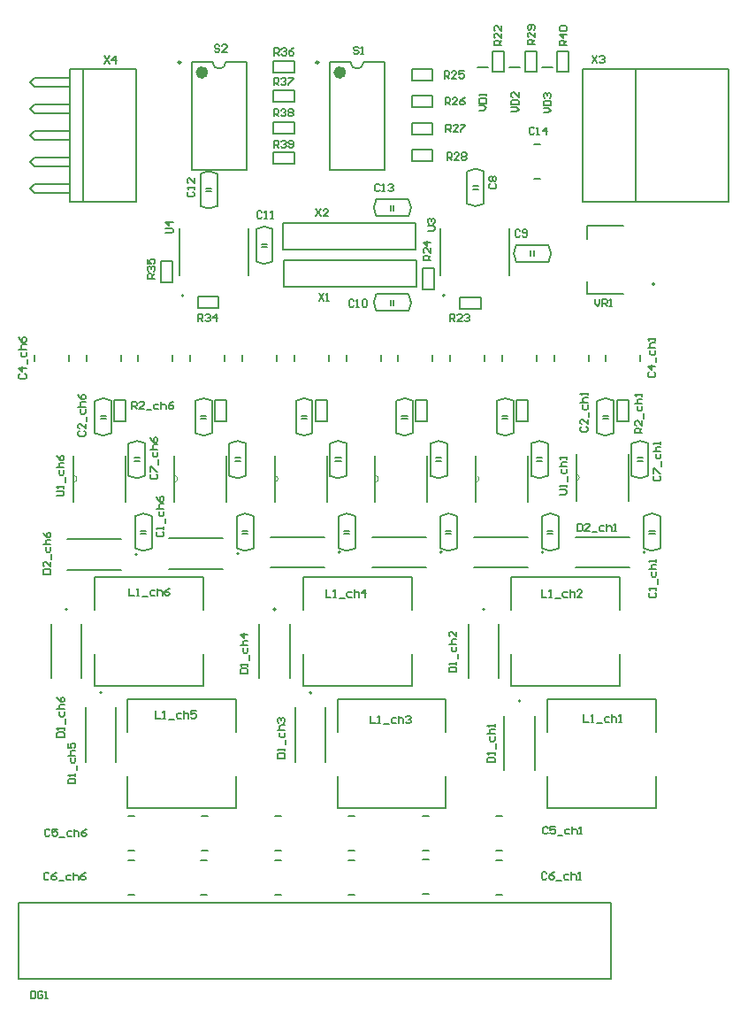
<source format=gto>
G04*
G04 #@! TF.GenerationSoftware,Altium Limited,Altium Designer,20.0.13 (296)*
G04*
G04 Layer_Color=65535*
%FSLAX44Y44*%
%MOMM*%
G71*
G01*
G75*
%ADD10C,0.1500*%
%ADD11C,0.0000*%
%ADD12C,0.2000*%
%ADD13C,0.6000*%
%ADD14C,0.2500*%
%ADD15C,0.1524*%
%ADD16C,0.1270*%
D10*
X198263Y819955D02*
G03*
X182350Y819850I-7877J-12168D01*
G01*
X182237Y788845D02*
G03*
X198150Y788950I7877J12168D01*
G01*
X135763Y492454D02*
G03*
X119850Y492350I-7877J-12168D01*
G01*
X119738Y461345D02*
G03*
X135650Y461450I7877J12168D01*
G01*
X578262Y602705D02*
G03*
X562350Y602600I-7877J-12168D01*
G01*
X562237Y571595D02*
G03*
X578150Y571700I7877J12168D01*
G01*
X595237Y530796D02*
G03*
X611150Y530900I7877J12168D01*
G01*
X611263Y561904D02*
G03*
X595350Y561800I-7877J-12168D01*
G01*
X622762Y492454D02*
G03*
X606850Y492350I-7877J-12168D01*
G01*
X606737Y461345D02*
G03*
X622650Y461450I7877J12168D01*
G01*
X113488Y530796D02*
G03*
X129400Y530900I7877J12168D01*
G01*
X129513Y561904D02*
G03*
X113600Y561800I-7877J-12168D01*
G01*
X97262Y602705D02*
G03*
X81350Y602600I-7877J-12168D01*
G01*
X81237Y571595D02*
G03*
X97150Y571700I7877J12168D01*
G01*
X381704Y688487D02*
G03*
X381600Y704400I-12168J7877D01*
G01*
X350595Y704512D02*
G03*
X350700Y688600I12168J-7877D01*
G01*
X453763Y822205D02*
G03*
X437850Y822100I-7877J-12168D01*
G01*
X437738Y791095D02*
G03*
X453650Y791200I7877J12168D01*
G01*
X225863Y561904D02*
G03*
X209950Y561800I-7877J-12168D01*
G01*
X209837Y530796D02*
G03*
X225750Y530900I7877J12168D01*
G01*
X322212Y561904D02*
G03*
X306300Y561800I-7877J-12168D01*
G01*
X306187Y530796D02*
G03*
X322100Y530900I7877J12168D01*
G01*
X418563Y561904D02*
G03*
X402650Y561800I-7877J-12168D01*
G01*
X402537Y530796D02*
G03*
X418450Y530900I7877J12168D01*
G01*
X514912Y561904D02*
G03*
X499000Y561800I-7877J-12168D01*
G01*
X498887Y530796D02*
G03*
X514800Y530900I7877J12168D01*
G01*
X177437Y571595D02*
G03*
X193350Y571700I7877J12168D01*
G01*
X193463Y602705D02*
G03*
X177550Y602600I-7877J-12168D01*
G01*
X273637Y571595D02*
G03*
X289550Y571700I7877J12168D01*
G01*
X289662Y602705D02*
G03*
X273750Y602600I-7877J-12168D01*
G01*
X369837Y571595D02*
G03*
X385750Y571700I7877J12168D01*
G01*
X385863Y602705D02*
G03*
X369950Y602600I-7877J-12168D01*
G01*
X466037Y571595D02*
G03*
X481950Y571700I7877J12168D01*
G01*
X482062Y602705D02*
G03*
X466150Y602600I-7877J-12168D01*
G01*
X217138Y461345D02*
G03*
X233050Y461450I7877J12168D01*
G01*
X233162Y492454D02*
G03*
X217250Y492350I-7877J-12168D01*
G01*
X314537Y461345D02*
G03*
X330450Y461450I7877J12168D01*
G01*
X330563Y492454D02*
G03*
X314650Y492350I-7877J-12168D01*
G01*
X411937Y461345D02*
G03*
X427850Y461450I7877J12168D01*
G01*
X427962Y492454D02*
G03*
X412050Y492350I-7877J-12168D01*
G01*
X509337Y461345D02*
G03*
X525250Y461450I7877J12168D01*
G01*
X525363Y492454D02*
G03*
X509450Y492350I-7877J-12168D01*
G01*
X235487Y735845D02*
G03*
X251400Y735950I7877J12168D01*
G01*
X251513Y766954D02*
G03*
X235600Y766850I-7877J-12168D01*
G01*
X350595Y795263D02*
G03*
X350700Y779350I12168J-7877D01*
G01*
X381704Y779238D02*
G03*
X381600Y795150I-12168J7877D01*
G01*
X484595Y751513D02*
G03*
X484700Y735600I12168J-7877D01*
G01*
X515704Y735488D02*
G03*
X515600Y751400I-12168J7877D01*
G01*
X187550Y805650D02*
X192850D01*
X187550Y802850D02*
X192850D01*
X182250Y789000D02*
Y819750D01*
X198250Y789000D02*
Y819750D01*
X125050Y478150D02*
X130350D01*
X125050Y475350D02*
X130350D01*
X119750Y461500D02*
Y492250D01*
X135750Y461500D02*
Y492250D01*
X567550Y588400D02*
X572850D01*
X567550Y585600D02*
X572850D01*
X562250Y571750D02*
Y602500D01*
X578250Y571750D02*
Y602500D01*
X600650Y545100D02*
X605950D01*
X600650Y547900D02*
X605950D01*
X611250Y531000D02*
Y561750D01*
X595250Y531000D02*
Y561750D01*
X612050Y478150D02*
X617350D01*
X612050Y475350D02*
X617350D01*
X606750Y461500D02*
Y492250D01*
X622750Y461500D02*
Y492250D01*
X118900Y545100D02*
X124200D01*
X118900Y547900D02*
X124200D01*
X129500Y531000D02*
Y561750D01*
X113500Y531000D02*
Y561750D01*
X86550Y588400D02*
X91850D01*
X86550Y585600D02*
X91850D01*
X81250Y571750D02*
Y602500D01*
X97250Y571750D02*
Y602500D01*
X367400Y693900D02*
Y699200D01*
X364600Y693900D02*
Y699200D01*
X350750Y704500D02*
X381500D01*
X350750Y688500D02*
X381500D01*
X443050Y807900D02*
X448350D01*
X443050Y805100D02*
X448350D01*
X437750Y791250D02*
Y822000D01*
X453750Y791250D02*
Y822000D01*
X209850Y531000D02*
Y561750D01*
X225850Y531000D02*
Y561750D01*
X215250Y547900D02*
X220550D01*
X215250Y545100D02*
X220550D01*
X306200Y531000D02*
Y561750D01*
X322200Y531000D02*
Y561750D01*
X311600Y547900D02*
X316900D01*
X311600Y545100D02*
X316900D01*
X402550Y531000D02*
Y561750D01*
X418550Y531000D02*
Y561750D01*
X407950Y547900D02*
X413250D01*
X407950Y545100D02*
X413250D01*
X498900Y531000D02*
Y561750D01*
X514900Y531000D02*
Y561750D01*
X504300Y547900D02*
X509600D01*
X504300Y545100D02*
X509600D01*
X193450Y571750D02*
Y602500D01*
X177450Y571750D02*
Y602500D01*
X182750Y585600D02*
X188050D01*
X182750Y588400D02*
X188050D01*
X289650Y571750D02*
Y602500D01*
X273650Y571750D02*
Y602500D01*
X278950Y585600D02*
X284250D01*
X278950Y588400D02*
X284250D01*
X385850Y571750D02*
Y602500D01*
X369850Y571750D02*
Y602500D01*
X375150Y585600D02*
X380450D01*
X375150Y588400D02*
X380450D01*
X482050Y571750D02*
Y602500D01*
X466050Y571750D02*
Y602500D01*
X471350Y585600D02*
X476650D01*
X471350Y588400D02*
X476650D01*
X233150Y461500D02*
Y492250D01*
X217150Y461500D02*
Y492250D01*
X222450Y475350D02*
X227750D01*
X222450Y478150D02*
X227750D01*
X330550Y461500D02*
Y492250D01*
X314550Y461500D02*
Y492250D01*
X319850Y475350D02*
X325150D01*
X319850Y478150D02*
X325150D01*
X427950Y461500D02*
Y492250D01*
X411950Y461500D02*
Y492250D01*
X417250Y475350D02*
X422550D01*
X417250Y478150D02*
X422550D01*
X525350Y461500D02*
Y492250D01*
X509350Y461500D02*
Y492250D01*
X514650Y475350D02*
X519950D01*
X514650Y478150D02*
X519950D01*
X251500Y736000D02*
Y766750D01*
X235500Y736000D02*
Y766750D01*
X240800Y749850D02*
X246100D01*
X240800Y752650D02*
X246100D01*
X350750Y779250D02*
X381500D01*
X350750Y795250D02*
X381500D01*
X364600Y784650D02*
Y789950D01*
X367400Y784650D02*
Y789950D01*
X484750Y735500D02*
X515500D01*
X484750Y751500D02*
X515500D01*
X498600Y740900D02*
Y746200D01*
X501400Y740900D02*
Y746200D01*
D11*
X542166Y526150D02*
G03*
X542166Y532246I0J3048D01*
G01*
X61050Y524900D02*
G03*
X61050Y530996I0J3048D01*
G01*
X157273Y524900D02*
G03*
X157273Y530996I0J3048D01*
G01*
X253496Y524900D02*
G03*
X253496Y530996I0J3048D01*
G01*
X349720Y524900D02*
G03*
X349720Y530996I0J3048D01*
G01*
X445943Y524900D02*
G03*
X445943Y530996I0J3048D01*
G01*
D12*
X608250Y457750D02*
G03*
X608250Y457750I-1000J0D01*
G01*
X121750Y455500D02*
G03*
X121750Y455500I-1000J0D01*
G01*
X166000Y703250D02*
G03*
X166000Y703250I-1000J0D01*
G01*
X617000Y714250D02*
G03*
X617000Y714250I-1000J0D01*
G01*
X416250Y703250D02*
G03*
X416250Y703250I-1000J0D01*
G01*
X325900Y926750D02*
G03*
X338600Y926750I6350J0D01*
G01*
X193900D02*
G03*
X206600Y926750I6350J0D01*
G01*
X488750Y315385D02*
G03*
X488750Y315385I-1000J0D01*
G01*
X288750Y323369D02*
G03*
X288750Y323369I-1000J0D01*
G01*
X88000D02*
G03*
X88000Y323369I-1000J0D01*
G01*
X55000Y403131D02*
G03*
X55000Y403131I-1000J0D01*
G01*
X454500D02*
G03*
X454500Y403131I-1000J0D01*
G01*
X254250D02*
G03*
X254250Y403131I-1000J0D01*
G01*
X219050Y456250D02*
G03*
X219050Y456250I-1000J0D01*
G01*
X316350Y457750D02*
G03*
X316350Y457750I-1000J0D01*
G01*
X413650D02*
G03*
X413650Y457750I-1000J0D01*
G01*
X510950D02*
G03*
X510950Y457750I-1000J0D01*
G01*
X581000Y583000D02*
X592000D01*
X581000D02*
Y603000D01*
X592000D01*
Y583000D02*
Y603000D01*
X100000Y583000D02*
X111000D01*
X100000D02*
Y603000D01*
X111000D01*
Y583000D02*
Y603000D01*
X56250Y640250D02*
Y646250D01*
X23250Y640250D02*
Y646250D01*
X603750Y640250D02*
Y646250D01*
X570750Y640250D02*
Y646250D01*
X430750Y690250D02*
Y701250D01*
X450750D01*
Y690250D02*
Y701250D01*
X430750Y690250D02*
X450750D01*
X388500Y747300D02*
Y772700D01*
X261500Y747300D02*
X388500D01*
X261500Y772700D02*
X388500D01*
X261500Y747300D02*
Y772700D01*
X388750Y711800D02*
Y737200D01*
X261750Y711800D02*
X388750D01*
X261750Y737200D02*
X388750D01*
X261750Y711800D02*
Y737200D01*
X179750Y691250D02*
Y702250D01*
X199750D01*
Y691250D02*
Y702250D01*
X179750Y691250D02*
X199750D01*
X144750Y716000D02*
X155750D01*
X144750D02*
Y736000D01*
X155750D01*
Y716000D02*
Y736000D01*
X523750Y937100D02*
X534750D01*
Y917100D02*
Y937100D01*
X523750Y917100D02*
X534750D01*
X523750D02*
Y937100D01*
X509152Y921500D02*
X519152D01*
X493049Y937100D02*
X504049D01*
Y917100D02*
Y937100D01*
X493049Y917100D02*
X504049D01*
X493049D02*
Y937100D01*
X478451Y921500D02*
X488451D01*
X462348Y937100D02*
X473348D01*
Y917100D02*
Y937100D01*
X462348Y917100D02*
X473348D01*
X462348D02*
Y937100D01*
X447750Y921500D02*
X457750D01*
X501750Y847750D02*
X507750D01*
X501750Y814750D02*
X507750D01*
X395000Y709500D02*
X406000D01*
X395000D02*
Y729500D01*
X406000D01*
Y709500D02*
Y729500D01*
X404750Y909000D02*
Y920000D01*
X384750Y909000D02*
X404750D01*
X384750D02*
Y920000D01*
X404750D01*
Y883250D02*
Y894250D01*
X384750Y883250D02*
X404750D01*
X384750D02*
Y894250D01*
X404750D01*
Y857500D02*
Y868500D01*
X384750Y857500D02*
X404750D01*
X384750D02*
Y868500D01*
X404750D01*
Y831750D02*
Y842750D01*
X384750Y831750D02*
X404750D01*
X384750D02*
Y842750D01*
X404750D01*
X305750Y823750D02*
X358750D01*
X338600Y926750D02*
X358750D01*
X305750D02*
X325900D01*
X358750Y823750D02*
Y926750D01*
X305750Y823750D02*
Y926750D01*
X173750Y823750D02*
X226750D01*
X206600Y926750D02*
X226750D01*
X173750D02*
X193900D01*
X226750Y823750D02*
Y926750D01*
X173750Y823750D02*
Y926750D01*
X272000Y829000D02*
Y840000D01*
X252000Y829000D02*
X272000D01*
X252000D02*
Y840000D01*
X272000D01*
Y858500D02*
Y869500D01*
X252000Y858500D02*
X272000D01*
X252000D02*
Y869500D01*
X272000D01*
Y888750D02*
Y899750D01*
X252000Y888750D02*
X272000D01*
X252000D02*
Y899750D01*
X272000D01*
Y916750D02*
Y927750D01*
X252000Y916750D02*
X272000D01*
X252000D02*
Y927750D01*
X272000D01*
X548650Y792750D02*
X599450D01*
X548650Y919750D02*
X599450D01*
Y792750D02*
Y919750D01*
X548650Y792750D02*
Y919750D01*
X599450Y792750D02*
X688350D01*
Y919750D01*
X599450D02*
X688350D01*
X23734Y911284D02*
X57600D01*
X19500Y907050D02*
X23734Y911284D01*
X19500Y907050D02*
X23734Y902817D01*
X57600D01*
X70300Y919750D02*
X121100D01*
X70300Y792750D02*
X121100D01*
X70300D02*
Y919750D01*
X121100Y792750D02*
Y919750D01*
X19500Y805450D02*
X23734Y801217D01*
X19500Y805450D02*
X23734Y809684D01*
Y826617D02*
X57600D01*
X19500Y830850D02*
X23734Y826617D01*
X19500Y830850D02*
X23734Y835084D01*
X57600D01*
X23734Y809684D02*
X57600D01*
X23734Y801217D02*
X57600D01*
X19500Y856250D02*
X23734Y852017D01*
X19500Y856250D02*
X23734Y860484D01*
Y877417D02*
X57600D01*
X19500Y881650D02*
X23734Y877417D01*
X19500Y881650D02*
X23734Y885884D01*
X57600D01*
X23734Y860484D02*
X57600D01*
X23734Y852017D02*
X57600D01*
Y792750D02*
X70300D01*
X57600D02*
Y919750D01*
X70300D01*
X207200Y583000D02*
Y603000D01*
X196200D02*
X207200D01*
X196200Y583000D02*
Y603000D01*
Y583000D02*
X207200D01*
X303400D02*
Y603000D01*
X292400D02*
X303400D01*
X292400Y583000D02*
Y603000D01*
Y583000D02*
X303400D01*
X399600D02*
Y603000D01*
X388600D02*
X399600D01*
X388600Y583000D02*
Y603000D01*
Y583000D02*
X399600D01*
X495800D02*
Y603000D01*
X484800D02*
X495800D01*
X484800Y583000D02*
Y603000D01*
Y583000D02*
X495800D01*
X465250Y205750D02*
X471250D01*
X465250Y172750D02*
X471250D01*
X465250Y163250D02*
X471250D01*
X465250Y130250D02*
X471250D01*
X112750Y163250D02*
X118750D01*
X112750Y130250D02*
X118750D01*
X112750Y205750D02*
X118750D01*
X112750Y172750D02*
X118750D01*
X182500Y163250D02*
X188500D01*
X182500Y130250D02*
X188500D01*
X183250Y205750D02*
X189250D01*
X183250Y172750D02*
X189250D01*
X253750Y163250D02*
X259750D01*
X253750Y130250D02*
X259750D01*
X253750Y205750D02*
X259750D01*
X253750Y172750D02*
X259750D01*
X324250Y163250D02*
X330250D01*
X324250Y130250D02*
X330250D01*
X324250Y205750D02*
X330250D01*
X324250Y172750D02*
X330250D01*
X394750Y163500D02*
X400750D01*
X394750Y130500D02*
X400750D01*
X394750Y205750D02*
X400750D01*
X394750Y172750D02*
X400750D01*
X471204Y640250D02*
Y646250D01*
X504204Y640250D02*
Y646250D01*
X321886Y640250D02*
Y646250D01*
X354886Y640250D02*
Y646250D01*
X222341Y640250D02*
Y646250D01*
X255341Y640250D02*
Y646250D01*
X122795Y640250D02*
Y646250D01*
X155795Y640250D02*
Y646250D01*
X520977Y640250D02*
Y646250D01*
X553977Y640250D02*
Y646250D01*
X421432Y640250D02*
Y646250D01*
X454432Y640250D02*
Y646250D01*
X371659Y640250D02*
Y646250D01*
X404659Y640250D02*
Y646250D01*
X272114Y640250D02*
Y646250D01*
X305114Y640250D02*
Y646250D01*
X172568Y640250D02*
Y646250D01*
X205568Y640250D02*
Y646250D01*
X73023Y640250D02*
Y646250D01*
X106023Y640250D02*
Y646250D01*
X90419Y932249D02*
X95084Y925251D01*
Y932249D02*
X90419Y925251D01*
X100915D02*
Y932249D01*
X97416Y928750D01*
X102081D01*
X557419Y932749D02*
X562084Y925751D01*
Y932749D02*
X557419Y925751D01*
X564416Y931583D02*
X565583Y932749D01*
X567915D01*
X569081Y931583D01*
Y930416D01*
X567915Y929250D01*
X566749D01*
X567915D01*
X569081Y928084D01*
Y926917D01*
X567915Y925751D01*
X565583D01*
X564416Y926917D01*
X149001Y762918D02*
X154833D01*
X155999Y764085D01*
Y766417D01*
X154833Y767584D01*
X149001D01*
X155999Y773415D02*
X149001D01*
X152500Y769916D01*
Y774581D01*
X399751Y765169D02*
X405583D01*
X406749Y766335D01*
Y768667D01*
X405583Y769834D01*
X399751D01*
X400917Y772166D02*
X399751Y773333D01*
Y775665D01*
X400917Y776832D01*
X402084D01*
X403250Y775665D01*
Y774499D01*
Y775665D01*
X404416Y776832D01*
X405583D01*
X406749Y775665D01*
Y773333D01*
X405583Y772166D01*
X44668Y511756D02*
X50499D01*
X51666Y512923D01*
Y515255D01*
X50499Y516421D01*
X44668D01*
X51666Y518754D02*
Y521087D01*
Y519920D01*
X44668D01*
X45834Y518754D01*
X52832Y524585D02*
Y529251D01*
X47000Y536248D02*
Y532749D01*
X48167Y531583D01*
X50499D01*
X51666Y532749D01*
Y536248D01*
X44668Y538581D02*
X51666D01*
X48167D01*
X47000Y539747D01*
Y542080D01*
X48167Y543246D01*
X51666D01*
X44668Y550244D02*
X45834Y547911D01*
X48167Y545579D01*
X50499D01*
X51666Y546745D01*
Y549077D01*
X50499Y550244D01*
X49333D01*
X48167Y549077D01*
Y545579D01*
X525918Y512923D02*
X531749D01*
X532916Y514089D01*
Y516421D01*
X531749Y517588D01*
X525918D01*
X532916Y519920D02*
Y522253D01*
Y521087D01*
X525918D01*
X527084Y519920D01*
X534082Y525752D02*
Y530417D01*
X528251Y537415D02*
Y533916D01*
X529417Y532749D01*
X531749D01*
X532916Y533916D01*
Y537415D01*
X525918Y539747D02*
X532916D01*
X529417D01*
X528251Y540914D01*
Y543246D01*
X529417Y544412D01*
X532916D01*
Y546745D02*
Y549077D01*
Y547911D01*
X525918D01*
X527084Y546745D01*
X200584Y942083D02*
X199417Y943249D01*
X197085D01*
X195919Y942083D01*
Y940916D01*
X197085Y939750D01*
X199417D01*
X200584Y938584D01*
Y937417D01*
X199417Y936251D01*
X197085D01*
X195919Y937417D01*
X207581Y936251D02*
X202916D01*
X207581Y940916D01*
Y942083D01*
X206415Y943249D01*
X204083D01*
X202916Y942083D01*
X333750Y940333D02*
X332584Y941499D01*
X330251D01*
X329085Y940333D01*
Y939166D01*
X330251Y938000D01*
X332584D01*
X333750Y936834D01*
Y935667D01*
X332584Y934501D01*
X330251D01*
X329085Y935667D01*
X336083Y934501D02*
X338415D01*
X337249D01*
Y941499D01*
X336083Y940333D01*
X116673Y594834D02*
Y601832D01*
X120172D01*
X121338Y600666D01*
Y598333D01*
X120172Y597167D01*
X116673D01*
X119006D02*
X121338Y594834D01*
X128336D02*
X123671D01*
X128336Y599500D01*
Y600666D01*
X127170Y601832D01*
X124837D01*
X123671Y600666D01*
X130668Y593668D02*
X135334D01*
X142331Y599500D02*
X138833D01*
X137666Y598333D01*
Y596001D01*
X138833Y594834D01*
X142331D01*
X144664Y601832D02*
Y594834D01*
Y598333D01*
X145830Y599500D01*
X148163D01*
X149329Y598333D01*
Y594834D01*
X156327Y601832D02*
X153994Y600666D01*
X151662Y598333D01*
Y596001D01*
X152828Y594834D01*
X155161D01*
X156327Y596001D01*
Y597167D01*
X155161Y598333D01*
X151662D01*
X605416Y571839D02*
X598418D01*
Y575338D01*
X599584Y576505D01*
X601917D01*
X603083Y575338D01*
Y571839D01*
Y574172D02*
X605416Y576505D01*
Y583502D02*
Y578837D01*
X600751Y583502D01*
X599584D01*
X598418Y582336D01*
Y580003D01*
X599584Y578837D01*
X606582Y585835D02*
Y590500D01*
X600751Y597498D02*
Y593999D01*
X601917Y592833D01*
X604249D01*
X605416Y593999D01*
Y597498D01*
X598418Y599830D02*
X605416D01*
X601917D01*
X600751Y600997D01*
Y603329D01*
X601917Y604496D01*
X605416D01*
Y606828D02*
Y609161D01*
Y607994D01*
X598418D01*
X599584Y606828D01*
X114256Y423332D02*
Y416334D01*
X118921D01*
X121254D02*
X123587D01*
X122420D01*
Y423332D01*
X121254Y422166D01*
X127085Y415168D02*
X131751D01*
X138748Y420999D02*
X135249D01*
X134083Y419833D01*
Y417501D01*
X135249Y416334D01*
X138748D01*
X141081Y423332D02*
Y416334D01*
Y419833D01*
X142247Y420999D01*
X144580D01*
X145746Y419833D01*
Y416334D01*
X152744Y423332D02*
X150411Y422166D01*
X148079Y419833D01*
Y417501D01*
X149245Y416334D01*
X151578D01*
X152744Y417501D01*
Y418667D01*
X151578Y419833D01*
X148079D01*
X139506Y305832D02*
Y298834D01*
X144171D01*
X146504D02*
X148836D01*
X147670D01*
Y305832D01*
X146504Y304666D01*
X152335Y297668D02*
X157001D01*
X163998Y303500D02*
X160499D01*
X159333Y302333D01*
Y300001D01*
X160499Y298834D01*
X163998D01*
X166331Y305832D02*
Y298834D01*
Y302333D01*
X167497Y303500D01*
X169830D01*
X170996Y302333D01*
Y298834D01*
X177994Y305832D02*
X173329D01*
Y302333D01*
X175661Y303500D01*
X176828D01*
X177994Y302333D01*
Y300001D01*
X176828Y298834D01*
X174495D01*
X173329Y300001D01*
X302756Y421832D02*
Y414834D01*
X307421D01*
X309754D02*
X312087D01*
X310920D01*
Y421832D01*
X309754Y420666D01*
X315585Y413668D02*
X320251D01*
X327248Y419500D02*
X323749D01*
X322583Y418333D01*
Y416001D01*
X323749Y414834D01*
X327248D01*
X329581Y421832D02*
Y414834D01*
Y418333D01*
X330747Y419500D01*
X333080D01*
X334246Y418333D01*
Y414834D01*
X340078D02*
Y421832D01*
X336579Y418333D01*
X341244D01*
X345256Y301332D02*
Y294334D01*
X349921D01*
X352254D02*
X354586D01*
X353420D01*
Y301332D01*
X352254Y300166D01*
X358085Y293168D02*
X362751D01*
X369748Y299000D02*
X366250D01*
X365083Y297833D01*
Y295501D01*
X366250Y294334D01*
X369748D01*
X372081Y301332D02*
Y294334D01*
Y297833D01*
X373247Y299000D01*
X375580D01*
X376746Y297833D01*
Y294334D01*
X379079Y300166D02*
X380245Y301332D01*
X382578D01*
X383744Y300166D01*
Y299000D01*
X382578Y297833D01*
X381411D01*
X382578D01*
X383744Y296667D01*
Y295501D01*
X382578Y294334D01*
X380245D01*
X379079Y295501D01*
X509256Y421832D02*
Y414834D01*
X513921D01*
X516254D02*
X518587D01*
X517420D01*
Y421832D01*
X516254Y420666D01*
X522085Y413668D02*
X526751D01*
X533748Y419500D02*
X530249D01*
X529083Y418333D01*
Y416001D01*
X530249Y414834D01*
X533748D01*
X536081Y421832D02*
Y414834D01*
Y418333D01*
X537247Y419500D01*
X539580D01*
X540746Y418333D01*
Y414834D01*
X547744D02*
X543079D01*
X547744Y419500D01*
Y420666D01*
X546577Y421832D01*
X544245D01*
X543079Y420666D01*
X549422Y302332D02*
Y295334D01*
X554088D01*
X556420D02*
X558753D01*
X557587D01*
Y302332D01*
X556420Y301166D01*
X562252Y294168D02*
X566917D01*
X573915Y300000D02*
X570416D01*
X569249Y298833D01*
Y296501D01*
X570416Y295334D01*
X573915D01*
X576247Y302332D02*
Y295334D01*
Y298833D01*
X577413Y300000D01*
X579746D01*
X580912Y298833D01*
Y295334D01*
X583245D02*
X585578D01*
X584411D01*
Y302332D01*
X583245Y301166D01*
X19586Y37749D02*
Y30751D01*
X23085D01*
X24251Y31917D01*
Y36583D01*
X23085Y37749D01*
X19586D01*
X31249Y36583D02*
X30083Y37749D01*
X27750D01*
X26584Y36583D01*
Y31917D01*
X27750Y30751D01*
X30083D01*
X31249Y31917D01*
Y34250D01*
X28916D01*
X33582Y30751D02*
X35914D01*
X34748D01*
Y37749D01*
X33582Y36583D01*
X31668Y436923D02*
X38666D01*
Y440422D01*
X37499Y441588D01*
X32834D01*
X31668Y440422D01*
Y436923D01*
X38666Y448586D02*
Y443921D01*
X34000Y448586D01*
X32834D01*
X31668Y447420D01*
Y445087D01*
X32834Y443921D01*
X39832Y450919D02*
Y455584D01*
X34000Y462581D02*
Y459083D01*
X35167Y457916D01*
X37499D01*
X38666Y459083D01*
Y462581D01*
X31668Y464914D02*
X38666D01*
X35167D01*
X34000Y466080D01*
Y468413D01*
X35167Y469579D01*
X38666D01*
X31668Y476577D02*
X32834Y474244D01*
X35167Y471912D01*
X37499D01*
X38666Y473078D01*
Y475411D01*
X37499Y476577D01*
X36333D01*
X35167Y475411D01*
Y471912D01*
X543339Y485082D02*
Y478084D01*
X546838D01*
X548004Y479251D01*
Y483916D01*
X546838Y485082D01*
X543339D01*
X555002Y478084D02*
X550337D01*
X555002Y482749D01*
Y483916D01*
X553836Y485082D01*
X551503D01*
X550337Y483916D01*
X557335Y476918D02*
X562000D01*
X568998Y482749D02*
X565499D01*
X564333Y481583D01*
Y479251D01*
X565499Y478084D01*
X568998D01*
X571330Y485082D02*
Y478084D01*
Y481583D01*
X572497Y482749D01*
X574829D01*
X575995Y481583D01*
Y478084D01*
X578328D02*
X580661D01*
X579494D01*
Y485082D01*
X578328Y483916D01*
X44918Y280756D02*
X51916D01*
Y284255D01*
X50749Y285421D01*
X46084D01*
X44918Y284255D01*
Y280756D01*
X51916Y287754D02*
Y290086D01*
Y288920D01*
X44918D01*
X46084Y287754D01*
X53082Y293585D02*
Y298251D01*
X47251Y305248D02*
Y301749D01*
X48417Y300583D01*
X50749D01*
X51916Y301749D01*
Y305248D01*
X44918Y307581D02*
X51916D01*
X48417D01*
X47251Y308747D01*
Y311080D01*
X48417Y312246D01*
X51916D01*
X44918Y319244D02*
X46084Y316911D01*
X48417Y314579D01*
X50749D01*
X51916Y315745D01*
Y318078D01*
X50749Y319244D01*
X49583D01*
X48417Y318078D01*
Y314579D01*
X55668Y236506D02*
X62666D01*
Y240005D01*
X61499Y241171D01*
X56834D01*
X55668Y240005D01*
Y236506D01*
X62666Y243504D02*
Y245837D01*
Y244670D01*
X55668D01*
X56834Y243504D01*
X63832Y249335D02*
Y254001D01*
X58000Y260998D02*
Y257500D01*
X59167Y256333D01*
X61499D01*
X62666Y257500D01*
Y260998D01*
X55668Y263331D02*
X62666D01*
X59167D01*
X58000Y264497D01*
Y266830D01*
X59167Y267996D01*
X62666D01*
X55668Y274994D02*
Y270329D01*
X59167D01*
X58000Y272661D01*
Y273827D01*
X59167Y274994D01*
X61499D01*
X62666Y273827D01*
Y271495D01*
X61499Y270329D01*
X220668Y341756D02*
X227666D01*
Y345255D01*
X226499Y346421D01*
X221834D01*
X220668Y345255D01*
Y341756D01*
X227666Y348754D02*
Y351087D01*
Y349920D01*
X220668D01*
X221834Y348754D01*
X228832Y354585D02*
Y359251D01*
X223001Y366248D02*
Y362749D01*
X224167Y361583D01*
X226499D01*
X227666Y362749D01*
Y366248D01*
X220668Y368581D02*
X227666D01*
X224167D01*
X223001Y369747D01*
Y372080D01*
X224167Y373246D01*
X227666D01*
Y379078D02*
X220668D01*
X224167Y375579D01*
Y380244D01*
X255918Y260756D02*
X262916D01*
Y264255D01*
X261749Y265421D01*
X257084D01*
X255918Y264255D01*
Y260756D01*
X262916Y267754D02*
Y270087D01*
Y268920D01*
X255918D01*
X257084Y267754D01*
X264082Y273585D02*
Y278251D01*
X258251Y285248D02*
Y281749D01*
X259417Y280583D01*
X261749D01*
X262916Y281749D01*
Y285248D01*
X255918Y287581D02*
X262916D01*
X259417D01*
X258251Y288747D01*
Y291080D01*
X259417Y292246D01*
X262916D01*
X257084Y294579D02*
X255918Y295745D01*
Y298078D01*
X257084Y299244D01*
X258251D01*
X259417Y298078D01*
Y296911D01*
Y298078D01*
X260583Y299244D01*
X261749D01*
X262916Y298078D01*
Y295745D01*
X261749Y294579D01*
X420418Y343006D02*
X427416D01*
Y346505D01*
X426249Y347671D01*
X421584D01*
X420418Y346505D01*
Y343006D01*
X427416Y350004D02*
Y352337D01*
Y351170D01*
X420418D01*
X421584Y350004D01*
X428582Y355835D02*
Y360501D01*
X422751Y367498D02*
Y363999D01*
X423917Y362833D01*
X426249D01*
X427416Y363999D01*
Y367498D01*
X420418Y369831D02*
X427416D01*
X423917D01*
X422751Y370997D01*
Y373330D01*
X423917Y374496D01*
X427416D01*
Y381494D02*
Y376829D01*
X422751Y381494D01*
X421584D01*
X420418Y380327D01*
Y377995D01*
X421584Y376829D01*
X457168Y256922D02*
X464166D01*
Y260421D01*
X462999Y261588D01*
X458334D01*
X457168Y260421D01*
Y256922D01*
X464166Y263920D02*
Y266253D01*
Y265086D01*
X457168D01*
X458334Y263920D01*
X465332Y269752D02*
Y274417D01*
X459501Y281415D02*
Y277916D01*
X460667Y276749D01*
X462999D01*
X464166Y277916D01*
Y281415D01*
X457168Y283747D02*
X464166D01*
X460667D01*
X459501Y284914D01*
Y287246D01*
X460667Y288412D01*
X464166D01*
Y290745D02*
Y293078D01*
Y291911D01*
X457168D01*
X458334Y290745D01*
X135334Y532588D02*
X134168Y531422D01*
Y529089D01*
X135334Y527923D01*
X139999D01*
X141166Y529089D01*
Y531422D01*
X139999Y532588D01*
X134168Y534921D02*
Y539586D01*
X135334D01*
X139999Y534921D01*
X141166D01*
X142332Y541919D02*
Y546584D01*
X136501Y553582D02*
Y550083D01*
X137667Y548916D01*
X139999D01*
X141166Y550083D01*
Y553582D01*
X134168Y555914D02*
X141166D01*
X137667D01*
X136501Y557080D01*
Y559413D01*
X137667Y560579D01*
X141166D01*
X134168Y567577D02*
X135334Y565244D01*
X137667Y562912D01*
X139999D01*
X141166Y564078D01*
Y566411D01*
X139999Y567577D01*
X138833D01*
X137667Y566411D01*
Y562912D01*
X617084Y530755D02*
X615918Y529588D01*
Y527256D01*
X617084Y526089D01*
X621749D01*
X622916Y527256D01*
Y529588D01*
X621749Y530755D01*
X615918Y533087D02*
Y537752D01*
X617084D01*
X621749Y533087D01*
X622916D01*
X624082Y540085D02*
Y544750D01*
X618251Y551748D02*
Y548249D01*
X619417Y547083D01*
X621749D01*
X622916Y548249D01*
Y551748D01*
X615918Y554080D02*
X622916D01*
X619417D01*
X618251Y555247D01*
Y557579D01*
X619417Y558745D01*
X622916D01*
Y561078D02*
Y563411D01*
Y562244D01*
X615918D01*
X617084Y561078D01*
X37338Y150166D02*
X36172Y151332D01*
X33839D01*
X32673Y150166D01*
Y145501D01*
X33839Y144334D01*
X36172D01*
X37338Y145501D01*
X44336Y151332D02*
X42003Y150166D01*
X39671Y147833D01*
Y145501D01*
X40837Y144334D01*
X43170D01*
X44336Y145501D01*
Y146667D01*
X43170Y147833D01*
X39671D01*
X46669Y143168D02*
X51334D01*
X58331Y148999D02*
X54833D01*
X53666Y147833D01*
Y145501D01*
X54833Y144334D01*
X58331D01*
X60664Y151332D02*
Y144334D01*
Y147833D01*
X61830Y148999D01*
X64163D01*
X65329Y147833D01*
Y144334D01*
X72327Y151332D02*
X69994Y150166D01*
X67662Y147833D01*
Y145501D01*
X68828Y144334D01*
X71161D01*
X72327Y145501D01*
Y146667D01*
X71161Y147833D01*
X67662D01*
X514005Y150666D02*
X512838Y151832D01*
X510506D01*
X509339Y150666D01*
Y146001D01*
X510506Y144834D01*
X512838D01*
X514005Y146001D01*
X521002Y151832D02*
X518670Y150666D01*
X516337Y148333D01*
Y146001D01*
X517503Y144834D01*
X519836D01*
X521002Y146001D01*
Y147167D01*
X519836Y148333D01*
X516337D01*
X523335Y143668D02*
X528000D01*
X534998Y149499D02*
X531499D01*
X530333Y148333D01*
Y146001D01*
X531499Y144834D01*
X534998D01*
X537330Y151832D02*
Y144834D01*
Y148333D01*
X538497Y149499D01*
X540829D01*
X541996Y148333D01*
Y144834D01*
X544328D02*
X546661D01*
X545494D01*
Y151832D01*
X544328Y150666D01*
X38088Y191916D02*
X36922Y193082D01*
X34589D01*
X33423Y191916D01*
Y187251D01*
X34589Y186084D01*
X36922D01*
X38088Y187251D01*
X45086Y193082D02*
X40421D01*
Y189583D01*
X42753Y190749D01*
X43920D01*
X45086Y189583D01*
Y187251D01*
X43920Y186084D01*
X41587D01*
X40421Y187251D01*
X47418Y184918D02*
X52084D01*
X59082Y190749D02*
X55583D01*
X54416Y189583D01*
Y187251D01*
X55583Y186084D01*
X59082D01*
X61414Y193082D02*
Y186084D01*
Y189583D01*
X62580Y190749D01*
X64913D01*
X66079Y189583D01*
Y186084D01*
X73077Y193082D02*
X70744Y191916D01*
X68412Y189583D01*
Y187251D01*
X69578Y186084D01*
X71911D01*
X73077Y187251D01*
Y188417D01*
X71911Y189583D01*
X68412D01*
X515005Y193916D02*
X513838Y195082D01*
X511506D01*
X510339Y193916D01*
Y189251D01*
X511506Y188084D01*
X513838D01*
X515005Y189251D01*
X522002Y195082D02*
X517337D01*
Y191583D01*
X519670Y192749D01*
X520836D01*
X522002Y191583D01*
Y189251D01*
X520836Y188084D01*
X518503D01*
X517337Y189251D01*
X524335Y186918D02*
X529000D01*
X535998Y192749D02*
X532499D01*
X531333Y191583D01*
Y189251D01*
X532499Y188084D01*
X535998D01*
X538330Y195082D02*
Y188084D01*
Y191583D01*
X539497Y192749D01*
X541829D01*
X542995Y191583D01*
Y188084D01*
X545328D02*
X547661D01*
X546494D01*
Y195082D01*
X545328Y193916D01*
X66334Y573588D02*
X65168Y572422D01*
Y570089D01*
X66334Y568923D01*
X70999D01*
X72166Y570089D01*
Y572422D01*
X70999Y573588D01*
X72166Y580586D02*
Y575921D01*
X67501Y580586D01*
X66334D01*
X65168Y579420D01*
Y577087D01*
X66334Y575921D01*
X73332Y582919D02*
Y587584D01*
X67501Y594581D02*
Y591083D01*
X68667Y589916D01*
X70999D01*
X72166Y591083D01*
Y594581D01*
X65168Y596914D02*
X72166D01*
X68667D01*
X67501Y598080D01*
Y600413D01*
X68667Y601579D01*
X72166D01*
X65168Y608577D02*
X66334Y606244D01*
X68667Y603912D01*
X70999D01*
X72166Y605078D01*
Y607411D01*
X70999Y608577D01*
X69833D01*
X68667Y607411D01*
Y603912D01*
X547334Y577755D02*
X546168Y576588D01*
Y574256D01*
X547334Y573089D01*
X551999D01*
X553166Y574256D01*
Y576588D01*
X551999Y577755D01*
X553166Y584752D02*
Y580087D01*
X548501Y584752D01*
X547334D01*
X546168Y583586D01*
Y581253D01*
X547334Y580087D01*
X554332Y587085D02*
Y591750D01*
X548501Y598748D02*
Y595249D01*
X549667Y594083D01*
X551999D01*
X553166Y595249D01*
Y598748D01*
X546168Y601080D02*
X553166D01*
X549667D01*
X548501Y602247D01*
Y604579D01*
X549667Y605746D01*
X553166D01*
Y608078D02*
Y610411D01*
Y609244D01*
X546168D01*
X547334Y608078D01*
X141334Y477171D02*
X140168Y476005D01*
Y473672D01*
X141334Y472506D01*
X145999D01*
X147166Y473672D01*
Y476005D01*
X145999Y477171D01*
X147166Y479504D02*
Y481837D01*
Y480670D01*
X140168D01*
X141334Y479504D01*
X148332Y485335D02*
Y490001D01*
X142501Y496998D02*
Y493499D01*
X143667Y492333D01*
X145999D01*
X147166Y493499D01*
Y496998D01*
X140168Y499331D02*
X147166D01*
X143667D01*
X142501Y500497D01*
Y502830D01*
X143667Y503996D01*
X147166D01*
X140168Y510994D02*
X141334Y508661D01*
X143667Y506329D01*
X145999D01*
X147166Y507495D01*
Y509827D01*
X145999Y510994D01*
X144833D01*
X143667Y509827D01*
Y506329D01*
X613084Y419088D02*
X611918Y417921D01*
Y415589D01*
X613084Y414422D01*
X617749D01*
X618916Y415589D01*
Y417921D01*
X617749Y419088D01*
X618916Y421420D02*
Y423753D01*
Y422587D01*
X611918D01*
X613084Y421420D01*
X620082Y427252D02*
Y431917D01*
X614251Y438915D02*
Y435416D01*
X615417Y434249D01*
X617749D01*
X618916Y435416D01*
Y438915D01*
X611918Y441247D02*
X618916D01*
X615417D01*
X614251Y442413D01*
Y444746D01*
X615417Y445912D01*
X618916D01*
Y448245D02*
Y450578D01*
Y449411D01*
X611918D01*
X613084Y448245D01*
X510751Y878170D02*
X515416D01*
X517749Y880502D01*
X515416Y882835D01*
X510751D01*
Y885167D02*
X517749D01*
Y888666D01*
X516583Y889833D01*
X511917D01*
X510751Y888666D01*
Y885167D01*
X511917Y892165D02*
X510751Y893331D01*
Y895664D01*
X511917Y896830D01*
X513084D01*
X514250Y895664D01*
Y894498D01*
Y895664D01*
X515416Y896830D01*
X516583D01*
X517749Y895664D01*
Y893331D01*
X516583Y892165D01*
X480001Y878920D02*
X484666D01*
X486999Y881252D01*
X484666Y883585D01*
X480001D01*
Y885917D02*
X486999D01*
Y889416D01*
X485832Y890583D01*
X481167D01*
X480001Y889416D01*
Y885917D01*
X486999Y897580D02*
Y892915D01*
X482334Y897580D01*
X481167D01*
X480001Y896414D01*
Y894081D01*
X481167Y892915D01*
X532999Y942420D02*
X526001D01*
Y945919D01*
X527167Y947085D01*
X529500D01*
X530666Y945919D01*
Y942420D01*
Y944752D02*
X532999Y947085D01*
Y952916D02*
X526001D01*
X529500Y949417D01*
Y954083D01*
X527167Y956415D02*
X526001Y957581D01*
Y959914D01*
X527167Y961080D01*
X531833D01*
X532999Y959914D01*
Y957581D01*
X531833Y956415D01*
X527167D01*
X502499Y943420D02*
X495501D01*
Y946918D01*
X496667Y948085D01*
X499000D01*
X500166Y946918D01*
Y943420D01*
Y945752D02*
X502499Y948085D01*
Y955083D02*
Y950417D01*
X497834Y955083D01*
X496667D01*
X495501Y953916D01*
Y951584D01*
X496667Y950417D01*
X501333Y957415D02*
X502499Y958581D01*
Y960914D01*
X501333Y962080D01*
X496667D01*
X495501Y960914D01*
Y958581D01*
X496667Y957415D01*
X497834D01*
X499000Y958581D01*
Y962080D01*
X295835Y705499D02*
X300500Y698501D01*
Y705499D02*
X295835Y698501D01*
X302833D02*
X305165D01*
X303999D01*
Y705499D01*
X302833Y704333D01*
X292918Y785999D02*
X297584Y779001D01*
Y785999D02*
X292918Y779001D01*
X304582D02*
X299916D01*
X304582Y783666D01*
Y784833D01*
X303415Y785999D01*
X301083D01*
X299916Y784833D01*
X560086Y699999D02*
Y695334D01*
X562419Y693001D01*
X564751Y695334D01*
Y699999D01*
X567084Y693001D02*
Y699999D01*
X570583D01*
X571749Y698833D01*
Y696500D01*
X570583Y695334D01*
X567084D01*
X569416D02*
X571749Y693001D01*
X574081D02*
X576414D01*
X575248D01*
Y699999D01*
X574081Y698833D01*
X252920Y933001D02*
Y939999D01*
X256418D01*
X257585Y938833D01*
Y936500D01*
X256418Y935334D01*
X252920D01*
X255252D02*
X257585Y933001D01*
X259917Y938833D02*
X261084Y939999D01*
X263416D01*
X264583Y938833D01*
Y937666D01*
X263416Y936500D01*
X262250D01*
X263416D01*
X264583Y935334D01*
Y934167D01*
X263416Y933001D01*
X261084D01*
X259917Y934167D01*
X271580Y939999D02*
X269248Y938833D01*
X266915Y936500D01*
Y934167D01*
X268081Y933001D01*
X270414D01*
X271580Y934167D01*
Y935334D01*
X270414Y936500D01*
X266915D01*
X179920Y678501D02*
Y685499D01*
X183419D01*
X184585Y684333D01*
Y682000D01*
X183419Y680834D01*
X179920D01*
X182252D02*
X184585Y678501D01*
X186917Y684333D02*
X188084Y685499D01*
X190416D01*
X191583Y684333D01*
Y683166D01*
X190416Y682000D01*
X189250D01*
X190416D01*
X191583Y680834D01*
Y679667D01*
X190416Y678501D01*
X188084D01*
X186917Y679667D01*
X197414Y678501D02*
Y685499D01*
X193915Y682000D01*
X198580D01*
X138499Y719420D02*
X131501D01*
Y722918D01*
X132667Y724085D01*
X135000D01*
X136166Y722918D01*
Y719420D01*
Y721752D02*
X138499Y724085D01*
X132667Y726417D02*
X131501Y727584D01*
Y729916D01*
X132667Y731083D01*
X133834D01*
X135000Y729916D01*
Y728750D01*
Y729916D01*
X136166Y731083D01*
X137333D01*
X138499Y729916D01*
Y727584D01*
X137333Y726417D01*
X131501Y738080D02*
Y733415D01*
X135000D01*
X133834Y735748D01*
Y736914D01*
X135000Y738080D01*
X137333D01*
X138499Y736914D01*
Y734581D01*
X137333Y733415D01*
X252670Y844751D02*
Y851749D01*
X256169D01*
X257335Y850583D01*
Y848250D01*
X256169Y847084D01*
X252670D01*
X255002D02*
X257335Y844751D01*
X259667Y850583D02*
X260834Y851749D01*
X263166D01*
X264333Y850583D01*
Y849416D01*
X263166Y848250D01*
X262000D01*
X263166D01*
X264333Y847084D01*
Y845917D01*
X263166Y844751D01*
X260834D01*
X259667Y845917D01*
X266665D02*
X267831Y844751D01*
X270164D01*
X271330Y845917D01*
Y850583D01*
X270164Y851749D01*
X267831D01*
X266665Y850583D01*
Y849416D01*
X267831Y848250D01*
X271330D01*
X418420Y833001D02*
Y839999D01*
X421918D01*
X423085Y838833D01*
Y836500D01*
X421918Y835334D01*
X418420D01*
X420752D02*
X423085Y833001D01*
X430083D02*
X425417D01*
X430083Y837666D01*
Y838833D01*
X428916Y839999D01*
X426584D01*
X425417Y838833D01*
X432415D02*
X433582Y839999D01*
X435914D01*
X437080Y838833D01*
Y837666D01*
X435914Y836500D01*
X437080Y835334D01*
Y834167D01*
X435914Y833001D01*
X433582D01*
X432415Y834167D01*
Y835334D01*
X433582Y836500D01*
X432415Y837666D01*
Y838833D01*
X433582Y836500D02*
X435914D01*
X252420Y874751D02*
Y881749D01*
X255919D01*
X257085Y880583D01*
Y878250D01*
X255919Y877084D01*
X252420D01*
X254752D02*
X257085Y874751D01*
X259417Y880583D02*
X260584Y881749D01*
X262916D01*
X264083Y880583D01*
Y879416D01*
X262916Y878250D01*
X261750D01*
X262916D01*
X264083Y877084D01*
Y875917D01*
X262916Y874751D01*
X260584D01*
X259417Y875917D01*
X266415Y880583D02*
X267582Y881749D01*
X269914D01*
X271080Y880583D01*
Y879416D01*
X269914Y878250D01*
X271080Y877084D01*
Y875917D01*
X269914Y874751D01*
X267582D01*
X266415Y875917D01*
Y877084D01*
X267582Y878250D01*
X266415Y879416D01*
Y880583D01*
X267582Y878250D02*
X269914D01*
X252420Y904501D02*
Y911499D01*
X255919D01*
X257085Y910333D01*
Y908000D01*
X255919Y906834D01*
X252420D01*
X254752D02*
X257085Y904501D01*
X259417Y910333D02*
X260584Y911499D01*
X262916D01*
X264083Y910333D01*
Y909166D01*
X262916Y908000D01*
X261750D01*
X262916D01*
X264083Y906834D01*
Y905667D01*
X262916Y904501D01*
X260584D01*
X259417Y905667D01*
X266415Y911499D02*
X271080D01*
Y910333D01*
X266415Y905667D01*
Y904501D01*
X417420Y860001D02*
Y866999D01*
X420919D01*
X422085Y865833D01*
Y863500D01*
X420919Y862334D01*
X417420D01*
X419752D02*
X422085Y860001D01*
X429083D02*
X424417D01*
X429083Y864666D01*
Y865833D01*
X427916Y866999D01*
X425584D01*
X424417Y865833D01*
X431415Y866999D02*
X436080D01*
Y865833D01*
X431415Y861167D01*
Y860001D01*
X415920Y911001D02*
Y917999D01*
X419418D01*
X420585Y916833D01*
Y914500D01*
X419418Y913334D01*
X415920D01*
X418252D02*
X420585Y911001D01*
X427583D02*
X422917D01*
X427583Y915666D01*
Y916833D01*
X426416Y917999D01*
X424084D01*
X422917Y916833D01*
X434580Y917999D02*
X429915D01*
Y914500D01*
X432248Y915666D01*
X433414D01*
X434580Y914500D01*
Y912167D01*
X433414Y911001D01*
X431082D01*
X429915Y912167D01*
X416670Y885751D02*
Y892749D01*
X420169D01*
X421335Y891583D01*
Y889250D01*
X420169Y888084D01*
X416670D01*
X419002D02*
X421335Y885751D01*
X428333D02*
X423667D01*
X428333Y890416D01*
Y891583D01*
X427166Y892749D01*
X424834D01*
X423667Y891583D01*
X435330Y892749D02*
X432998Y891583D01*
X430665Y889250D01*
Y886917D01*
X431832Y885751D01*
X434164D01*
X435330Y886917D01*
Y888084D01*
X434164Y889250D01*
X430665D01*
X501918Y863333D02*
X500752Y864499D01*
X498419D01*
X497253Y863333D01*
Y858667D01*
X498419Y857501D01*
X500752D01*
X501918Y858667D01*
X504251Y857501D02*
X506583D01*
X505417D01*
Y864499D01*
X504251Y863333D01*
X513581Y857501D02*
Y864499D01*
X510082Y861000D01*
X514747D01*
X170667Y802668D02*
X169501Y801502D01*
Y799169D01*
X170667Y798003D01*
X175333D01*
X176499Y799169D01*
Y801502D01*
X175333Y802668D01*
X176499Y805001D02*
Y807333D01*
Y806167D01*
X169501D01*
X170667Y805001D01*
X176499Y815497D02*
Y810832D01*
X171834Y815497D01*
X170667D01*
X169501Y814331D01*
Y811998D01*
X170667Y810832D01*
X329168Y698333D02*
X328002Y699499D01*
X325669D01*
X324503Y698333D01*
Y693667D01*
X325669Y692501D01*
X328002D01*
X329168Y693667D01*
X331501Y692501D02*
X333833D01*
X332667D01*
Y699499D01*
X331501Y698333D01*
X337332D02*
X338498Y699499D01*
X340831D01*
X341997Y698333D01*
Y693667D01*
X340831Y692501D01*
X338498D01*
X337332Y693667D01*
Y698333D01*
X241391Y783070D02*
X240225Y784236D01*
X237892D01*
X236726Y783070D01*
Y778404D01*
X237892Y777238D01*
X240225D01*
X241391Y778404D01*
X243724Y777238D02*
X246056D01*
X244890D01*
Y784236D01*
X243724Y783070D01*
X249555Y777238D02*
X251888D01*
X250721D01*
Y784236D01*
X249555Y783070D01*
X354167Y808978D02*
X353001Y810144D01*
X350668D01*
X349502Y808978D01*
Y804312D01*
X350668Y803146D01*
X353001D01*
X354167Y804312D01*
X356500Y803146D02*
X358832D01*
X357666D01*
Y810144D01*
X356500Y808978D01*
X362331D02*
X363498Y810144D01*
X365830D01*
X366996Y808978D01*
Y807811D01*
X365830Y806645D01*
X364664D01*
X365830D01*
X366996Y805479D01*
Y804312D01*
X365830Y803146D01*
X363498D01*
X362331Y804312D01*
X449001Y880336D02*
X453666D01*
X455999Y882669D01*
X453666Y885001D01*
X449001D01*
Y887334D02*
X455999D01*
Y890833D01*
X454832Y891999D01*
X450167D01*
X449001Y890833D01*
Y887334D01*
X455999Y894332D02*
Y896664D01*
Y895498D01*
X449001D01*
X450167Y894332D01*
X421170Y678501D02*
Y685499D01*
X424669D01*
X425835Y684333D01*
Y682000D01*
X424669Y680834D01*
X421170D01*
X423502D02*
X425835Y678501D01*
X432833D02*
X428167D01*
X432833Y683166D01*
Y684333D01*
X431666Y685499D01*
X429334D01*
X428167Y684333D01*
X435165D02*
X436331Y685499D01*
X438664D01*
X439830Y684333D01*
Y683166D01*
X438664Y682000D01*
X437498D01*
X438664D01*
X439830Y680834D01*
Y679667D01*
X438664Y678501D01*
X436331D01*
X435165Y679667D01*
X402999Y736920D02*
X396001D01*
Y740418D01*
X397167Y741585D01*
X399500D01*
X400666Y740418D01*
Y736920D01*
Y739252D02*
X402999Y741585D01*
Y748583D02*
Y743917D01*
X398334Y748583D01*
X397167D01*
X396001Y747416D01*
Y745084D01*
X397167Y743917D01*
X402999Y754414D02*
X396001D01*
X399500Y750915D01*
Y755580D01*
X470749Y942420D02*
X463751D01*
Y945919D01*
X464917Y947085D01*
X467250D01*
X468416Y945919D01*
Y942420D01*
Y944752D02*
X470749Y947085D01*
Y954083D02*
Y949417D01*
X466084Y954083D01*
X464917D01*
X463751Y952916D01*
Y950584D01*
X464917Y949417D01*
X470749Y961080D02*
Y956415D01*
X466084Y961080D01*
X464917D01*
X463751Y959914D01*
Y957581D01*
X464917Y956415D01*
X488279Y765290D02*
X487113Y766456D01*
X484780D01*
X483614Y765290D01*
Y760624D01*
X484780Y759458D01*
X487113D01*
X488279Y760624D01*
X490612D02*
X491778Y759458D01*
X494111D01*
X495277Y760624D01*
Y765290D01*
X494111Y766456D01*
X491778D01*
X490612Y765290D01*
Y764123D01*
X491778Y762957D01*
X495277D01*
X459917Y810334D02*
X458751Y809167D01*
Y806835D01*
X459917Y805668D01*
X464582D01*
X465749Y806835D01*
Y809167D01*
X464582Y810334D01*
X459917Y812666D02*
X458751Y813833D01*
Y816165D01*
X459917Y817331D01*
X461084D01*
X462250Y816165D01*
X463416Y817331D01*
X464582D01*
X465749Y816165D01*
Y813833D01*
X464582Y812666D01*
X463416D01*
X462250Y813833D01*
X461084Y812666D01*
X459917D01*
X462250Y813833D02*
Y816165D01*
X611834Y630005D02*
X610668Y628838D01*
Y626506D01*
X611834Y625339D01*
X616499D01*
X617666Y626506D01*
Y628838D01*
X616499Y630005D01*
X617666Y635836D02*
X610668D01*
X614167Y632337D01*
Y637002D01*
X618832Y639335D02*
Y644000D01*
X613001Y650998D02*
Y647499D01*
X614167Y646333D01*
X616499D01*
X617666Y647499D01*
Y650998D01*
X610668Y653330D02*
X617666D01*
X614167D01*
X613001Y654497D01*
Y656829D01*
X614167Y657996D01*
X617666D01*
Y660328D02*
Y662661D01*
Y661494D01*
X610668D01*
X611834Y660328D01*
X9584Y628338D02*
X8418Y627172D01*
Y624839D01*
X9584Y623673D01*
X14249D01*
X15416Y624839D01*
Y627172D01*
X14249Y628338D01*
X15416Y634170D02*
X8418D01*
X11917Y630671D01*
Y635336D01*
X16582Y637669D02*
Y642334D01*
X10750Y649332D02*
Y645833D01*
X11917Y644666D01*
X14249D01*
X15416Y645833D01*
Y649332D01*
X8418Y651664D02*
X15416D01*
X11917D01*
X10750Y652830D01*
Y655163D01*
X11917Y656329D01*
X15416D01*
X8418Y663327D02*
X9584Y660994D01*
X11917Y658662D01*
X14249D01*
X15416Y659828D01*
Y662161D01*
X14249Y663327D01*
X13083D01*
X11917Y662161D01*
Y658662D01*
D13*
X318750Y916750D02*
G03*
X318750Y916750I-3000J0D01*
G01*
X186750D02*
G03*
X186750Y916750I-3000J0D01*
G01*
D14*
X295400Y926350D02*
G03*
X295400Y926350I-1250J0D01*
G01*
X163400D02*
G03*
X163400Y926350I-1250J0D01*
G01*
D15*
X542166Y507100D02*
Y526150D01*
Y532246D01*
Y551296D01*
X591950Y507100D02*
Y551296D01*
X61050Y505850D02*
Y524900D01*
Y530996D01*
Y550046D01*
X110834Y505850D02*
Y550046D01*
X207057Y505850D02*
Y550046D01*
X157273Y530996D02*
Y550046D01*
Y524900D02*
Y530996D01*
Y505850D02*
Y524900D01*
X303280Y505850D02*
Y550046D01*
X253496Y530996D02*
Y550046D01*
Y524900D02*
Y530996D01*
Y505850D02*
Y524900D01*
X399504Y505850D02*
Y550046D01*
X349720Y530996D02*
Y550046D01*
Y524900D02*
Y530996D01*
Y505850D02*
Y524900D01*
X495727Y505850D02*
Y550046D01*
X445943Y530996D02*
Y550046D01*
Y524900D02*
Y530996D01*
Y505850D02*
Y524900D01*
D16*
X541250Y472350D02*
X593250D01*
X541250Y443150D02*
X593250D01*
X54750Y470100D02*
X106750D01*
X54750Y440900D02*
X106750D01*
X228000Y722750D02*
Y767750D01*
X162000Y722750D02*
Y767750D01*
X552500Y769750D02*
X587500D01*
X552500Y757350D02*
Y769750D01*
Y704750D02*
X587500D01*
X552500D02*
Y717150D01*
X478250Y722750D02*
Y767750D01*
X412250Y722750D02*
Y767750D01*
X502350Y249385D02*
Y301385D01*
X473150Y249385D02*
Y301385D01*
X302350Y257369D02*
Y309369D01*
X273150Y257369D02*
Y309369D01*
X101600Y257369D02*
Y309369D01*
X72400Y257369D02*
Y309369D01*
X112250Y212750D02*
X216250D01*
X112250Y316750D02*
X216250D01*
X112250Y212750D02*
Y243550D01*
Y285950D02*
Y316750D01*
X216250Y212750D02*
Y243550D01*
Y285950D02*
Y316750D01*
X81250Y329750D02*
X185250D01*
X81250Y433750D02*
X185250D01*
X81250Y329750D02*
Y360550D01*
Y402950D02*
Y433750D01*
X185250Y329750D02*
Y360550D01*
Y402950D02*
Y433750D01*
X68600Y337131D02*
Y389131D01*
X39400Y337131D02*
Y389131D01*
X468100Y337131D02*
Y389131D01*
X438900Y337131D02*
Y389131D01*
X267850Y337131D02*
Y389131D01*
X238650Y337131D02*
Y389131D01*
X280500Y329750D02*
X384500D01*
X280500Y433750D02*
X384500D01*
X280500Y329750D02*
Y360550D01*
Y402950D02*
Y433750D01*
X384500Y329750D02*
Y360550D01*
Y402950D02*
Y433750D01*
X479750Y329750D02*
X583750D01*
X479750Y433750D02*
X583750D01*
X479750Y329750D02*
Y360550D01*
Y402950D02*
Y433750D01*
X583750Y329750D02*
Y360550D01*
Y402950D02*
Y433750D01*
X514750Y212750D02*
X618750D01*
X514750Y316750D02*
X618750D01*
X514750Y212750D02*
Y243550D01*
Y285950D02*
Y316750D01*
X618750Y212750D02*
Y243550D01*
Y285950D02*
Y316750D01*
X313500Y212750D02*
X417500D01*
X313500Y316750D02*
X417500D01*
X313500Y212750D02*
Y243550D01*
Y285950D02*
Y316750D01*
X417500Y212750D02*
Y243550D01*
Y285950D02*
Y316750D01*
X8150Y122160D02*
X575750Y122160D01*
X8150Y49200D02*
Y122160D01*
Y49200D02*
X575750D01*
Y122160D01*
X152050Y441650D02*
X204050D01*
X152050Y470850D02*
X204050D01*
X249350Y443150D02*
X301350D01*
X249350Y472350D02*
X301350D01*
X346650Y443150D02*
X398650D01*
X346650Y472350D02*
X398650D01*
X443950Y443150D02*
X495950D01*
X443950Y472350D02*
X495950D01*
M02*

</source>
